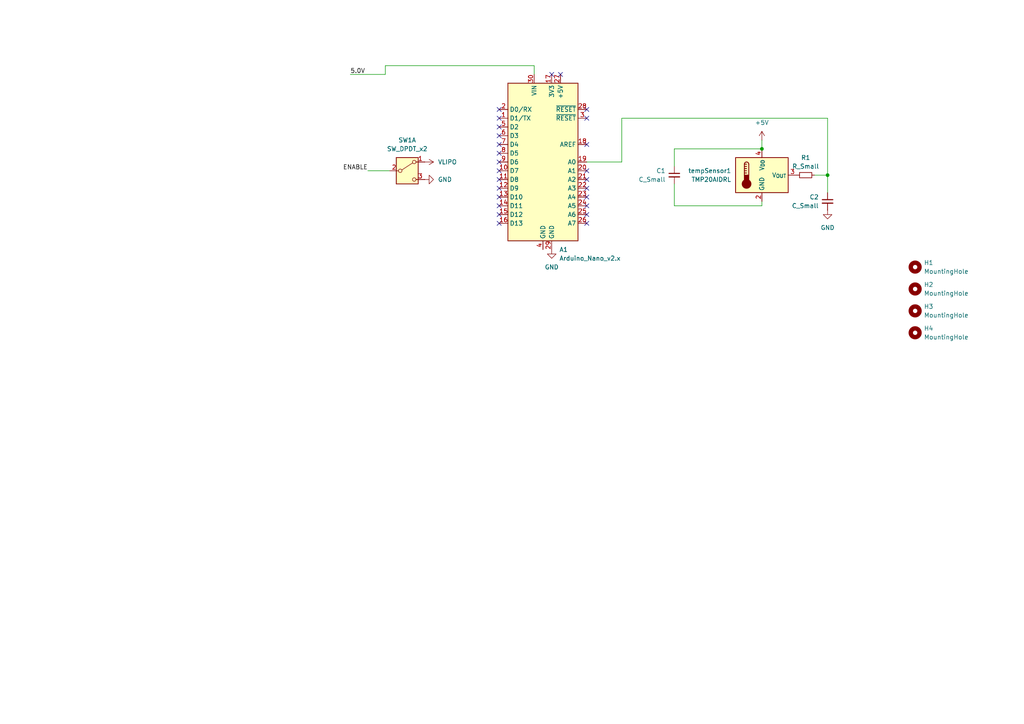
<source format=kicad_sch>
(kicad_sch (version 20231120) (generator "eeschema") (generator_version "8.0")
  (paper "A4")
  (lib_symbols
    (symbol "Device:C_Small" (pin_numbers hide) (pin_names (offset 0.254) hide)
      (property "Reference" "C" (at 0.254 1.778 0))
      (property "Value" "C_Small" (at 0.254 -2.032 0))
      (symbol "C_Small_1_1"
        (pin passive line (at 0 2.54 270) (length 2.032) (name "~") (number "1"))
        (pin passive line (at 0 -2.54 90) (length 2.032) (name "~") (number "2"))
      )
    )
    (symbol "Device:R_Small" (pin_numbers hide) (pin_names (offset 0.254) hide)
      (property "Reference" "R" (at 0.762 0.508 0))
      (property "Value" "R_Small" (at 0.762 -1.016 0))
      (symbol "R_Small_1_1"
        (pin passive line (at 0 2.54 270) (length 0.762) (name "~") (number "1"))
        (pin passive line (at 0 -2.54 90) (length 0.762) (name "~") (number "2"))
      )
    )
    (symbol "MCU_Module:Arduino_Nano_v2.x"
      (property "Reference" "A" (at -10.16 23.495 0))
      (property "Value" "Arduino_Nano_v2.x" (at 5.08 -24.13 0))
      (symbol "Arduino_Nano_v2.x_1_1"
        (pin bidirectional line (at -12.7 12.7 0) (length 2.54) (name "D1/TX") (number "1"))
        (pin bidirectional line (at -12.7 -2.54 0) (length 2.54) (name "D7") (number "10"))
        (pin bidirectional line (at -12.7 -5.08 0) (length 2.54) (name "D8") (number "11"))
        (pin bidirectional line (at -12.7 -7.62 0) (length 2.54) (name "D9") (number "12"))
        (pin bidirectional line (at -12.7 -10.16 0) (length 2.54) (name "D10") (number "13"))
        (pin bidirectional line (at -12.7 -12.7 0) (length 2.54) (name "D11") (number "14"))
        (pin bidirectional line (at -12.7 -15.24 0) (length 2.54) (name "D12") (number "15"))
        (pin bidirectional line (at -12.7 -17.78 0) (length 2.54) (name "D13") (number "16"))
        (pin power_out line (at 2.54 25.4 270) (length 2.54) (name "3V3") (number "17"))
        (pin input line (at 12.7 5.08 180) (length 2.54) (name "AREF") (number "18"))
        (pin bidirectional line (at 12.7 0 180) (length 2.54) (name "A0") (number "19"))
        (pin bidirectional line (at -12.7 15.24 0) (length 2.54) (name "D0/RX") (number "2"))
        (pin bidirectional line (at 12.7 -2.54 180) (length 2.54) (name "A1") (number "20"))
        (pin bidirectional line (at 12.7 -5.08 180) (length 2.54) (name "A2") (number "21"))
        (pin bidirectional line (at 12.7 -7.62 180) (length 2.54) (name "A3") (number "22"))
        (pin bidirectional line (at 12.7 -10.16 180) (length 2.54) (name "A4") (number "23"))
        (pin bidirectional line (at 12.7 -12.7 180) (length 2.54) (name "A5") (number "24"))
        (pin bidirectional line (at 12.7 -15.24 180) (length 2.54) (name "A6") (number "25"))
        (pin bidirectional line (at 12.7 -17.78 180) (length 2.54) (name "A7") (number "26"))
        (pin power_out line (at 5.08 25.4 270) (length 2.54) (name "+5V") (number "27"))
        (pin input line (at 12.7 15.24 180) (length 2.54) (name "~{RESET}") (number "28"))
        (pin power_in line (at 2.54 -25.4 90) (length 2.54) (name "GND") (number "29"))
        (pin input line (at 12.7 12.7 180) (length 2.54) (name "~{RESET}") (number "3"))
        (pin power_in line (at -2.54 25.4 270) (length 2.54) (name "VIN") (number "30"))
        (pin power_in line (at 0 -25.4 90) (length 2.54) (name "GND") (number "4"))
        (pin bidirectional line (at -12.7 10.16 0) (length 2.54) (name "D2") (number "5"))
        (pin bidirectional line (at -12.7 7.62 0) (length 2.54) (name "D3") (number "6"))
        (pin bidirectional line (at -12.7 5.08 0) (length 2.54) (name "D4") (number "7"))
        (pin bidirectional line (at -12.7 2.54 0) (length 2.54) (name "D5") (number "8"))
        (pin bidirectional line (at -12.7 0 0) (length 2.54) (name "D6") (number "9"))
      )
    )
    (symbol "Mechanical:MountingHole" (pin_names (offset 1.016)) (exclude_from_sim yes) (in_bom no)
      (property "Reference" "H" (at 0 5.08 0))
      (property "Value" "MountingHole" (at 0 3.175 0))
    )
    (symbol "Sensor_Temperature:TMP20AIDRL"
      (property "Reference" "U" (at -6.35 6.35 0))
      (property "Value" "TMP20AIDRL" (at 1.27 6.35 0))
      (symbol "TMP20AIDRL_1_1"
        (pin no_connect line (at 7.62 -2.54 180) (length 2.54) hide (name "NC") (number "1"))
        (pin power_in line (at 0 -7.62 90) (length 2.54) (name "GND") (number "2"))
        (pin output line (at 10.16 0 180) (length 2.54) (name "V_{OUT}") (number "3"))
        (pin power_in line (at 0 7.62 270) (length 2.54) (name "V_{DD}") (number "4"))
        (pin no_connect line (at 7.62 2.54 180) (length 2.54) hide (name "NC") (number "5"))
        (pin passive line (at 0 -7.62 90) (length 2.54) hide (name "GND") (number "6"))
      )
    )
    (symbol "Switch:SW_DPDT_x2" (pin_names (offset 0) hide)
      (property "Reference" "SW" (at 0 5.08 0))
      (property "Value" "SW_DPDT_x2" (at 0 -5.08 0))
      (symbol "SW_DPDT_x2_1_1"
        (pin passive line (at 5.08 2.54 180) (length 2.54) (name "A") (number "1"))
        (pin passive line (at -5.08 0 0) (length 2.54) (name "B") (number "2"))
        (pin passive line (at 5.08 -2.54 180) (length 2.54) (name "C") (number "3"))
      )
      (symbol "SW_DPDT_x2_2_1"
        (pin passive line (at 5.08 2.54 180) (length 2.54) (name "A") (number "4"))
        (pin passive line (at -5.08 0 0) (length 2.54) (name "B") (number "5"))
        (pin passive line (at 5.08 -2.54 180) (length 2.54) (name "C") (number "6"))
      )
    )
    (symbol "adafruitPBImport-eagle-import:-PNP_DRIVER-SC59-BEC"
      (property "Reference" "T" (at -10.16 7.62 0))
      (symbol "-PNP_DRIVER-SC59-BEC_1_0"
        (pin passive line (at -7.62 0 0) (length 2.54) (name "B") (number "B"))
        (pin passive line (at 2.54 -5.08 90) (length 2.54) (name "C") (number "C"))
        (pin passive line (at 2.54 5.08 270) (length 2.54) (name "E") (number "E"))
      )
    )
    (symbol "adafruitPBImport-eagle-import:5.0V" (power)
      (symbol "5.0V_1_0"
        (pin power_in line (at 0 -2.54 90) (length 2.54) (name "5.0V") (number "1"))
      )
    )
    (symbol "adafruitPBImport-eagle-import:BATTERY"
      (property "Reference" "B" (at -2.54 3.175 0))
      (symbol "BATTERY_1_0"
        (text "+" (at 1.27 -1.143 900) (effects (font (size 1.27 1.0795)) (justify right top)))
        (text "-" (at -1.778 -1.143 900) (effects (font (size 1.27 1.0795)) (justify right top)))
        (pin passive line (at -2.54 0 0) (length 0) (name "-") (number "1"))
        (pin passive line (at 2.54 0 180) (length 0) (name "+") (number "2"))
      )
    )
    (symbol "adafruitPBImport-eagle-import:C-USC1210"
      (property "Reference" "C" (at 1.016 0.635 0))
      (symbol "C-USC1210_1_0"
        (pin passive line (at 0 2.54 270) (length 2.54) (name "1") (number "1"))
        (pin passive line (at 0 -5.08 90) (length 2.54) (name "2") (number "2"))
      )
    )
    (symbol "adafruitPBImport-eagle-import:CAP_CERAMIC0805-NOOUTLINE"
      (property "Reference" "C" (at -2.29 1.25 90))
      (symbol "CAP_CERAMIC0805-NOOUTLINE_1_0"
        (pin passive line (at 0 5.08 270) (length 2.54) (name "1") (number "1"))
        (pin passive line (at 0 -2.54 90) (length 2.54) (name "2") (number "2"))
      )
    )
    (symbol "adafruitPBImport-eagle-import:CAP_CERAMIC0805_10MGAP"
      (property "Reference" "C" (at -2.29 1.25 90))
      (symbol "CAP_CERAMIC0805_10MGAP_1_0"
        (pin passive line (at 0 5.08 270) (length 2.54) (name "1") (number "1"))
        (pin passive line (at 0 -2.54 90) (length 2.54) (name "2") (number "2"))
      )
    )
    (symbol "adafruitPBImport-eagle-import:FIDUCIAL{dblquote}{dblquote}")
    (symbol "adafruitPBImport-eagle-import:FRAME_A4_ADAFRUIT"
      (symbol "FRAME_A4_ADAFRUIT_1_0"
        (text "${#}/${##}" (at 230.505 10.16 0) (effects (font (size 2.54 2.54)) (justify left bottom)))
        (text "${AUTHOR}" (at 189.23 5.08 0) (effects (font (size 2.286 2.286)) (justify left bottom)))
        (text "${CURRENT_DATE}" (at 171.45 10.16 0) (effects (font (size 2.286 2.286)) (justify left bottom)))
        (text "${PROJECTNAME}" (at 171.45 15.24 0) (effects (font (size 2.54 2.54)) (justify left bottom)))
        (text "1" (at 21.6958 1.905 0) (effects (font (size 2.54 2.286))))
        (text "1" (at 21.6958 177.165 0) (effects (font (size 2.54 2.286))))
        (text "2" (at 65.0875 1.905 0) (effects (font (size 2.54 2.286))))
        (text "2" (at 65.0875 177.165 0) (effects (font (size 2.54 2.286))))
        (text "3" (at 108.4792 1.905 0) (effects (font (size 2.54 2.286))))
        (text "3" (at 108.4792 177.165 0) (effects (font (size 2.54 2.286))))
        (text "4" (at 151.8708 1.905 0) (effects (font (size 2.54 2.286))))
        (text "4" (at 151.8708 177.165 0) (effects (font (size 2.54 2.286))))
        (text "5" (at 195.2625 1.905 0) (effects (font (size 2.54 2.286))))
        (text "5" (at 195.2625 177.165 0) (effects (font (size 2.54 2.286))))
        (text "6" (at 238.6542 1.905 0) (effects (font (size 2.54 2.286))))
        (text "6" (at 238.6542 177.165 0) (effects (font (size 2.54 2.286))))
        (text "A" (at 1.905 156.6863 0) (effects (font (size 2.54 2.286))))
        (text "A" (at 258.445 156.6863 0) (effects (font (size 2.54 2.286))))
        (text "Adafruit Industries" (at 216.916 4.953 0) (effects (font (size 2.54 2.54)) (justify left bottom)))
        (text "B" (at 1.905 111.9188 0) (effects (font (size 2.54 2.286))))
        (text "B" (at 258.445 111.9188 0) (effects (font (size 2.54 2.286))))
        (text "C" (at 1.905 67.1513 0) (effects (font (size 2.54 2.286))))
        (text "C" (at 258.445 67.1513 0) (effects (font (size 2.54 2.286))))
        (text "D" (at 1.905 22.3838 0) (effects (font (size 2.54 2.286))))
        (text "D" (at 258.445 22.3838 0) (effects (font (size 2.54 2.286))))
        (text "Drawing:" (at 171.196 4.953 0) (effects (font (size 2.54 2.54)) (justify left bottom)))
        (text "Sheet:" (at 216.916 10.033 0) (effects (font (size 2.54 2.54)) (justify left bottom)))
      )
    )
    (symbol "adafruitPBImport-eagle-import:GND" (power)
      (symbol "GND_1_0"
        (pin power_in line (at 0 2.54 270) (length 2.54) (name "GND") (number "1"))
      )
    )
    (symbol "adafruitPBImport-eagle-import:HEADER-1X8ROUND"
      (property "Reference" "JP" (at -6.35 13.335 0))
      (symbol "HEADER-1X8ROUND_1_0"
        (pin passive inverted (at -2.54 10.16 0) (length 2.54) (name "1") (number "1"))
        (pin passive inverted (at -2.54 7.62 0) (length 2.54) (name "2") (number "2"))
        (pin passive inverted (at -2.54 5.08 0) (length 2.54) (name "3") (number "3"))
        (pin passive inverted (at -2.54 2.54 0) (length 2.54) (name "4") (number "4"))
        (pin passive inverted (at -2.54 0 0) (length 2.54) (name "5") (number "5"))
        (pin passive inverted (at -2.54 -2.54 0) (length 2.54) (name "6") (number "6"))
        (pin passive inverted (at -2.54 -5.08 0) (length 2.54) (name "7") (number "7"))
        (pin passive inverted (at -2.54 -7.62 0) (length 2.54) (name "8") (number "8"))
      )
    )
    (symbol "adafruitPBImport-eagle-import:INDUCTORTDK_VLC5045"
      (property "Reference" "L" (at 0 2.54 0))
      (symbol "INDUCTORTDK_VLC5045_1_0"
        (pin passive line (at -5.08 0 0) (length 2.54) (name "1") (number "P$1"))
        (pin passive line (at 5.08 0 180) (length 2.54) (name "2") (number "P$2"))
      )
    )
    (symbol "adafruitPBImport-eagle-import:LED0805_NOOUTLINE"
      (property "Reference" "D" (at -1.27 4.445 0))
      (symbol "LED0805_NOOUTLINE_1_0"
        (pin passive line (at -5.08 0 0) (length 2.54) (name "A") (number "A"))
        (pin passive line (at 2.54 0 180) (length 2.54) (name "C") (number "C"))
      )
    )
    (symbol "adafruitPBImport-eagle-import:MCP73871"
      (property "Reference" "U" (at -15.24 22.86 0))
      (symbol "MCP73871_1_0"
        (pin bidirectional line (at 17.78 17.78 180) (length 2.54) (name "VOUT1") (number "P$1"))
        (pin bidirectional line (at 17.78 -12.7 180) (length 2.54) (name "VSS1") (number "P$10"))
        (pin bidirectional line (at 17.78 -15.24 180) (length 2.54) (name "VSS2") (number "P$11"))
        (pin bidirectional line (at -17.78 -17.78 0) (length 2.54) (name "PROG3") (number "P$12"))
        (pin bidirectional line (at -17.78 -15.24 0) (length 2.54) (name "PROG1") (number "P$13"))
        (pin bidirectional line (at 17.78 7.62 180) (length 2.54) (name "VBAT1") (number "P$14"))
        (pin bidirectional line (at 17.78 5.08 180) (length 2.54) (name "VBAT2") (number "P$15"))
        (pin bidirectional line (at 17.78 2.54 180) (length 2.54) (name "VBATSENS") (number "P$16"))
        (pin bidirectional line (at -17.78 -10.16 0) (length 2.54) (name "CE") (number "P$17"))
        (pin bidirectional line (at -17.78 17.78 0) (length 2.54) (name "VIN1") (number "P$18"))
        (pin bidirectional line (at -17.78 15.24 0) (length 2.54) (name "VIN2") (number "P$19"))
        (pin bidirectional line (at -17.78 12.7 0) (length 2.54) (name "VPCC") (number "P$2"))
        (pin bidirectional line (at 17.78 15.24 180) (length 2.54) (name "VOUT2") (number "P$20"))
        (pin bidirectional line (at 17.78 -17.78 180) (length 2.54) (name "THERMAL") (number "P$21"))
        (pin bidirectional line (at -17.78 -2.54 0) (length 2.54) (name "SEL") (number "P$3"))
        (pin bidirectional line (at -17.78 -5.08 0) (length 2.54) (name "PROG2") (number "P$4"))
        (pin bidirectional line (at 17.78 -5.08 180) (length 2.54) (name "THERM") (number "P$5"))
        (pin bidirectional line (at -17.78 7.62 0) (length 2.54) (name "/PG") (number "P$6"))
        (pin bidirectional line (at -17.78 5.08 0) (length 2.54) (name "STAT2") (number "P$7"))
        (pin bidirectional line (at -17.78 2.54 0) (length 2.54) (name "STAT1/LBO") (number "P$8"))
        (pin bidirectional line (at -17.78 -7.62 0) (length 2.54) (name "/TE") (number "P$9"))
      )
    )
    (symbol "adafruitPBImport-eagle-import:MOUNTINGHOLE2.5")
    (symbol "adafruitPBImport-eagle-import:RESISTOR0805_NOOUTLINE"
      (property "Reference" "R" (at 0 2.54 0))
      (symbol "RESISTOR0805_NOOUTLINE_1_0"
        (pin passive line (at -5.08 0 0) (length 2.54) (name "1") (number "1"))
        (pin passive line (at 5.08 0 180) (length 2.54) (name "2") (number "2"))
      )
    )
    (symbol "adafruitPBImport-eagle-import:RESISTOR_0805MP"
      (property "Reference" "R" (at 0 2.54 0))
      (symbol "RESISTOR_0805MP_1_0"
        (pin passive line (at -5.08 0 0) (length 2.54) (name "1") (number "1"))
        (pin passive line (at 5.08 0 180) (length 2.54) (name "2") (number "2"))
      )
    )
    (symbol "adafruitPBImport-eagle-import:TERMBLOCK_1X2"
      (property "Reference" "X" (at -2.54 7.62 0))
      (symbol "TERMBLOCK_1X2_1_0"
        (pin passive line (at -5.08 2.54 0) (length 5.08) (name "1") (number "1"))
        (pin passive line (at -5.08 0 0) (length 5.08) (name "2") (number "2"))
      )
    )
    (symbol "adafruitPBImport-eagle-import:USBMICRO_20329"
      (property "Reference" "X" (at -10.16 8.636 0))
      (symbol "USBMICRO_20329_1_0"
        (pin power_in line (at 10.16 -5.08 180) (length 2.54) (name "GND") (number "BASE@1"))
        (pin power_in line (at 10.16 -5.08 180) (length 2.54) (name "GND") (number "BASE@2"))
        (pin bidirectional line (at 10.16 2.54 180) (length 2.54) (name "D+") (number "D+"))
        (pin bidirectional line (at 10.16 0 180) (length 2.54) (name "D-") (number "D-"))
        (pin power_in line (at 10.16 -5.08 180) (length 2.54) (name "GND") (number "GND"))
        (pin bidirectional line (at 10.16 -2.54 180) (length 2.54) (name "ID") (number "ID"))
        (pin power_in line (at 10.16 -5.08 180) (length 2.54) (name "GND") (number "SPRT@1"))
        (pin power_in line (at 10.16 -5.08 180) (length 2.54) (name "GND") (number "SPRT@2"))
        (pin power_in line (at 10.16 -5.08 180) (length 2.54) (name "GND") (number "SPRT@3"))
        (pin power_in line (at 10.16 -5.08 180) (length 2.54) (name "GND") (number "SPRT@4"))
        (pin power_in line (at 10.16 5.08 180) (length 2.54) (name "VBUS") (number "VBUS"))
      )
    )
    (symbol "adafruitPBImport-eagle-import:USB_TYPEAPTHFML"
      (property "Reference" "X" (at -10.16 8.636 0))
      (symbol "USB_TYPEAPTHFML_1_0"
        (pin bidirectional line (at 10.16 0 180) (length 2.54) (name "D+") (number "D+"))
        (pin bidirectional line (at 10.16 2.54 180) (length 2.54) (name "D-") (number "D-"))
        (pin power_in line (at 10.16 -5.08 180) (length 2.54) (name "GND") (number "GND"))
        (pin power_in line (at 10.16 5.08 180) (length 2.54) (name "VBUS") (number "VBUS"))
      )
    )
    (symbol "adafruitPBImport-eagle-import:VBAT" (power)
      (symbol "VBAT_1_0"
        (pin power_in line (at 0 -2.54 90) (length 2.54) (name "VBAT") (number "1"))
      )
    )
    (symbol "adafruitPBImport-eagle-import:VBUS" (power)
      (symbol "VBUS_1_0"
        (pin power_in line (at 0 -2.54 90) (length 2.54) (name "VBUS") (number "1"))
      )
    )
    (symbol "adafruitPBImport-eagle-import:VLIPO" (power)
      (symbol "VLIPO_1_0"
        (pin power_in line (at 0 -2.54 90) (length 2.54) (name "VLIPO") (number "1"))
      )
    )
    (symbol "adafruitPBImport-eagle-import:VREG_TPS6103X"
      (property "Reference" "U" (at -10.16 22.86 0))
      (symbol "VREG_TPS6103X_1_0"
        (text "2A/4A BOOST" (at 0 15.24 0) (effects (font (size 1.4224 1.209))))
        (text "TPS6109/3x" (at 0 17.78 0) (effects (font (size 1.4224 1.209))))
        (text "VBAT: 1.8-5.5V" (at 0 -15.24 0) (effects (font (size 1.4224 1.209))))
        (text "VOUT: <=5.5V" (at 0 -17.78 0) (effects (font (size 1.4224 1.209))))
        (pin power_in line (at 12.7 10.16 180) (length 2.54) (name "VOUT") (number "1"))
        (pin input line (at -12.7 -5.08 0) (length 2.54) (name "SYNC") (number "10"))
        (pin input line (at -12.7 2.54 0) (length 2.54) (name "EN") (number "11"))
        (pin output line (at 12.7 -7.62 180) (length 2.54) (name "LBO") (number "12"))
        (pin power_in line (at -12.7 -10.16 0) (length 2.54) (name "GND") (number "13"))
        (pin input line (at 12.7 2.54 180) (length 2.54) (name "FB") (number "14"))
        (pin power_in line (at 12.7 10.16 180) (length 2.54) (name "VOUT") (number "15"))
        (pin power_in line (at 12.7 10.16 180) (length 2.54) (name "VOUT") (number "16"))
        (pin input line (at -12.7 10.16 0) (length 2.54) (name "SW") (number "3"))
        (pin input line (at -12.7 10.16 0) (length 2.54) (name "SW") (number "4"))
        (pin power_in line (at 12.7 -10.16 180) (length 2.54) (name "PGND") (number "5"))
        (pin power_in line (at 12.7 -10.16 180) (length 2.54) (name "PGND") (number "6"))
        (pin power_in line (at 12.7 -10.16 180) (length 2.54) (name "PGND") (number "7"))
        (pin input line (at -12.7 5.08 0) (length 2.54) (name "VBAT") (number "8"))
        (pin input line (at -12.7 0 0) (length 2.54) (name "LBI") (number "9"))
        (pin power_in line (at 12.7 -10.16 180) (length 2.54) (name "PGND") (number "P$18"))
        (pin power_in line (at 12.7 -10.16 180) (length 2.54) (name "PGND") (number "P$19"))
        (pin power_in line (at 12.7 -10.16 180) (length 2.54) (name "PGND") (number "P$20"))
        (pin power_in line (at 12.7 -10.16 180) (length 2.54) (name "PGND") (number "P$21"))
        (pin power_in line (at 12.7 -10.16 180) (length 2.54) (name "PGND") (number "P$22"))
        (pin power_in line (at 12.7 -10.16 180) (length 2.54) (name "PGND") (number "THERMAL"))
      )
    )
    (symbol "adafruitPBImport-eagle-import:supply1_GND" (power)
      (symbol "supply1_GND_1_0"
        (pin power_in line (at 0 2.54 270) (length 2.54) (name "GND") (number "1"))
      )
    )
    (symbol "power:+5V" (power) (pin_numbers hide) (pin_names (offset 0) hide)
      (property "Value" "+5V" (at 0 3.556 0))
      (symbol "+5V_1_1"
        (pin power_in line (at 0 0 90) (length 0) (name "~") (number "1"))
      )
    )
    (symbol "power:GND" (power) (pin_numbers hide) (pin_names (offset 0) hide)
      (property "Value" "GND" (at 0 -3.81 0))
      (symbol "GND_1_1"
        (pin power_in line (at 0 0 270) (length 0) (name "~") (number "1"))
      )
    )
  )
  (junction (at -102.87 67.31))
  (junction (at -237.49 49.53))
  (junction (at -34.29 62.23))
  (junction (at -52.07 80.01))
  (junction (at -234.95 143.51))
  (junction (at -100.33 39.37))
  (junction (at -173.99 107.95))
  (junction (at -173.99 123.19))
  (junction (at -196.85 133.35))
  (junction (at -166.37 39.37))
  (junction (at -105.41 67.31))
  (junction (at -260.35 123.19))
  (junction (at -237.49 36.83))
  (junction (at -245.11 128.27))
  (junction (at -232.41 130.81))
  (junction (at 220.98 43.18))
  (junction (at -245.11 143.51))
  (junction (at -54.61 59.69))
  (junction (at -100.33 67.31))
  (junction (at -196.85 143.51))
  (junction (at -52.07 46.99))
  (junction (at -191.77 123.19))
  (junction (at -260.35 128.27))
  (junction (at -196.85 123.19))
  (junction (at -90.17 46.99))
  (junction (at -186.69 123.19))
  (junction (at 240.03 50.8))
  (junction (at -54.61 62.23))
  (junction (at -252.73 128.27))
  (no_connect (at 162.56 21.59))
  (no_connect (at 160.02 21.59))
  (no_connect (at 170.18 62.23))
  (no_connect (at 144.78 36.83))
  (no_connect (at 144.78 49.53))
  (no_connect (at 170.18 41.91))
  (no_connect (at 170.18 54.61))
  (no_connect (at 144.78 64.77))
  (no_connect (at 144.78 52.07))
  (no_connect (at 144.78 44.45))
  (no_connect (at 144.78 62.23))
  (no_connect (at 144.78 31.75))
  (no_connect (at 144.78 39.37))
  (no_connect (at 170.18 34.29))
  (no_connect (at 144.78 46.99))
  (no_connect (at 170.18 59.69))
  (no_connect (at 144.78 54.61))
  (no_connect (at 170.18 52.07))
  (no_connect (at 144.78 57.15))
  (no_connect (at 144.78 34.29))
  (no_connect (at 170.18 31.75))
  (no_connect (at 170.18 64.77))
  (no_connect (at 170.18 57.15))
  (no_connect (at 144.78 41.91))
  (no_connect (at 144.78 59.69))
  (no_connect (at 170.18 49.53))
  (wire (pts (xy -173.99 107.95) (xy -171.45 107.95)) (stroke (width 0.1524)))
  (wire (pts (xy -237.49 36.83) (xy -234.95 36.83)) (stroke (width 0.1524)))
  (wire (pts (xy -232.41 130.81) (xy -240.03 130.81)) (stroke (width 0.1524)))
  (wire (pts (xy -222.25 49.53) (xy -222.25 46.99)) (stroke (width 0.1524)))
  (wire (pts (xy -181.61 49.53) (xy -173.99 49.53)) (stroke (width 0.1524)))
  (wire (pts (xy -151.13 107.95) (xy -148.59 107.95)) (stroke (width 0.1524)))
  (wire (pts (xy -196.85 92.71) (xy -184.15 92.71)) (stroke (width 0.1524)))
  (wire (pts (xy -123.19 41.91) (xy -123.19 46.99)) (stroke (width 0.1524)))
  (wire (pts (xy -100.33 90.17) (xy -100.33 92.71)) (stroke (width 0.1524)))
  (wire (pts (xy -90.17 82.55) (xy -92.71 82.55)) (stroke (width 0.1524)))
  (wire (pts (xy -222.25 57.15) (xy -222.25 59.69)) (stroke (width 0.1524)))
  (wire (pts (xy -237.49 49.53) (xy -234.95 49.53)) (stroke (width 0.1524)))
  (wire (pts (xy -166.37 125.73) (xy -163.83 125.73)) (stroke (width 0.1524)))
  (wire (pts (xy -234.95 138.43) (xy -234.95 143.51)) (stroke (width 0.1524)))
  (wire (pts (xy -133.35 29.21) (xy -133.35 34.29)) (stroke (width 0.1524)))
  (wire (pts (xy -191.77 125.73) (xy -191.77 123.19)) (stroke (width 0.1524)))
  (wire (pts (xy -54.61 69.85) (xy -41.91 69.85)) (stroke (width 0.1524)))
  (wire (pts (xy -237.49 49.53) (xy -237.49 57.15)) (stroke (width 0.1524)))
  (wire (pts (xy -240.03 143.51) (xy -240.03 133.35)) (stroke (width 0.1524)))
  (wire (pts (xy 240.03 50.8) (xy 240.03 55.88)))
  (wire (pts (xy -166.37 52.07) (xy -166.37 57.15)) (stroke (width 0.1524)))
  (wire (pts (xy -237.49 57.15) (xy -234.95 57.15)) (stroke (width 0.1524)))
  (wire (pts (xy -186.69 133.35) (xy -184.15 133.35)) (stroke (width 0.1524)))
  (wire (pts (xy -227.33 128.27) (xy -245.11 128.27)) (stroke (width 0.1524)))
  (wire (pts (xy -54.61 62.23) (xy -34.29 62.23)) (stroke (width 0.1524)))
  (wire (pts (xy -100.33 39.37) (xy -92.71 39.37)) (stroke (width 0.1524)))
  (wire (pts (xy -240.03 39.37) (xy -240.03 36.83)) (stroke (width 0.1524)))
  (wire (pts (xy -54.61 82.55) (xy -52.07 82.55)) (stroke (width 0.1524)))
  (wire (pts (xy -166.37 125.73) (xy -166.37 128.27)) (stroke (width 0.1524)))
  (wire (pts (xy -224.79 29.21) (xy -222.25 29.21)) (stroke (width 0.1524)))
  (wire (pts (xy -173.99 49.53) (xy -173.99 57.15)) (stroke (width 0.1524)))
  (wire (pts (xy -34.29 92.71) (xy -34.29 74.93)) (stroke (width 0.1524)))
  (wire (pts (xy -240.03 44.45) (xy -237.49 44.45)) (stroke (width 0.1524)))
  (wire (pts (xy -201.93 143.51) (xy -196.85 143.51)) (stroke (width 0.1524)))
  (wire (pts (xy -227.33 133.35) (xy -240.03 133.35)) (stroke (width 0.1524)))
  (wire (pts (xy -204.47 102.87) (xy -181.61 102.87)) (stroke (width 0.1524)))
  (wire (pts (xy -187.96 111.76) (xy -189.23 111.76)) (stroke (width 0.1524)))
  (wire (pts (xy -166.37 39.37) (xy -166.37 44.45)) (stroke (width 0.1524)))
  (wire (pts (xy -54.61 59.69) (xy -54.61 62.23)) (stroke (width 0.1524)))
  (wire (pts (xy -90.17 41.91) (xy -90.17 46.99)) (stroke (width 0.1524)))
  (wire (pts (xy -54.61 80.01) (xy -52.07 80.01)) (stroke (width 0.1524)))
  (wire (pts (xy -41.91 87.63) (xy -41.91 92.71)) (stroke (width 0.1524)))
  (wire (pts (xy -186.69 130.81) (xy -186.69 133.35)) (stroke (width 0.1524)))
  (wire (pts (xy -224.79 57.15) (xy -222.25 57.15)) (stroke (width 0.1524)))
  (wire (pts (xy -237.49 36.83) (xy -237.49 29.21)) (stroke (width 0.1524)))
  (wire (pts (xy -90.17 62.23) (xy -133.35 62.23)) (stroke (width 0.1524)))
  (wire (pts (xy -34.29 57.15) (xy -34.29 62.23)) (stroke (width 0.1524)))
  (wire (pts (xy 195.58 53.34) (xy 195.58 59.69)))
  (wire (pts (xy 170.18 46.99) (xy 180.34 46.99)))
  (wire (pts (xy -181.61 97.79) (xy -204.47 97.79)) (stroke (width 0.1524)))
  (wire (pts (xy -227.33 123.19) (xy -237.49 123.19)) (stroke (width 0.1524)))
  (wire (pts (xy -133.35 41.91) (xy -133.35 46.99)) (stroke (width 0.1524)))
  (wire (pts (xy -227.33 138.43) (xy -234.95 138.43)) (stroke (width 0.1524)))
  (wire (pts (xy -90.17 67.31) (xy -100.33 67.31)) (stroke (width 0.1524)))
  (wire (pts (xy -194.31 146.05) (xy -184.15 146.05)) (stroke (width 0.1524)))
  (wire (pts (xy -227.33 143.51) (xy -234.95 143.51)) (stroke (width 0.1524)))
  (wire (pts (xy 111.76 19.05) (xy 111.76 21.59)))
  (wire (pts (xy -26.67 62.23) (xy -26.67 72.39)) (stroke (width 0.1524)))
  (wire (pts (xy -34.29 67.31) (xy -34.29 62.23)) (stroke (width 0.1524)))
  (wire (pts (xy -92.71 39.37) (xy -92.71 52.07)) (stroke (width 0.1524)))
  (wire (pts (xy -260.35 128.27) (xy -260.35 130.81)) (stroke (width 0.1524)))
  (wire (pts (xy -173.99 123.19) (xy -173.99 107.95)) (stroke (width 0.1524)))
  (wire (pts (xy -245.11 143.51) (xy -245.11 151.13)) (stroke (width 0.1524)))
  (wire (pts (xy -201.93 140.97) (xy -194.31 140.97)) (stroke (width 0.1524)))
  (wire (pts (xy -52.07 46.99) (xy -54.61 46.99)) (stroke (width 0.1524)))
  (wire (pts (xy -54.61 77.47) (xy -52.07 77.47)) (stroke (width 0.1524)))
  (wire (pts (xy -123.19 57.15) (xy -123.19 59.69)) (stroke (width 0.1524)))
  (wire (pts (xy -100.33 69.85) (xy -90.17 69.85)) (stroke (width 0.1524)))
  (wire (pts (xy -34.29 62.23) (xy -26.67 62.23)) (stroke (width 0.1524)))
  (wire (pts (xy -196.85 123.19) (xy -191.77 123.19)) (stroke (width 0.1524)))
  (wire (pts (xy -191.77 90.17) (xy -181.61 90.17)) (stroke (width 0.1524)))
  (wire (pts (xy -237.49 29.21) (xy -234.95 29.21)) (stroke (width 0.1524)))
  (wire (pts (xy -148.59 107.95) (xy -148.59 110.49)) (stroke (width 0.1524)))
  (wire (pts (xy -245.11 138.43) (xy -245.11 143.51)) (stroke (width 0.1524)))
  (wire (pts (xy -260.35 138.43) (xy -260.35 140.97)) (stroke (width 0.1524)))
  (wire (pts (xy -52.07 46.99) (xy -52.07 49.53)) (stroke (width 0.1524)))
  (wire (pts (xy 113.03 49.53) (xy 106.68 49.53)))
  (wire (pts (xy 240.03 34.29) (xy 180.34 34.29)))
  (wire (pts (xy -173.99 140.97) (xy -173.99 135.89)) (stroke (width 0.1524)))
  (wire (pts (xy -184.15 133.35) (xy -184.15 135.89)) (stroke (width 0.1524)))
  (wire (pts (xy -247.65 123.19) (xy -260.35 123.19)) (stroke (width 0.1524)))
  (wire (pts (xy -260.35 123.19) (xy -260.35 120.65)) (stroke (width 0.1524)))
  (wire (pts (xy -224.79 36.83) (xy -222.25 36.83)) (stroke (width 0.1524)))
  (wire (pts (xy -184.15 95.25) (xy -181.61 92.71)) (stroke (width 0.1524)))
  (wire (pts (xy -240.03 49.53) (xy -240.03 52.07)) (stroke (width 0.1524)))
  (wire (pts (xy -245.11 128.27) (xy -252.73 128.27)) (stroke (width 0.1524)))
  (wire (pts (xy -191.77 133.35) (xy -191.77 135.89)) (stroke (width 0.1524)))
  (wire (pts (xy -100.33 69.85) (xy -100.33 67.31)) (stroke (width 0.1524)))
  (wire (pts (xy -163.83 123.19) (xy -173.99 123.19)) (stroke (width 0.1524)))
  (wire (pts (xy 154.94 19.05) (xy 154.94 21.59)))
  (wire (pts (xy -181.61 105.41) (xy -189.23 105.41)) (stroke (width 0.1524)))
  (wire (pts (xy -102.87 72.39) (xy -102.87 67.31)) (stroke (width 0.1524)))
  (wire (pts (xy -90.17 80.01) (xy -100.33 80.01)) (stroke (width 0.1524)))
  (wire (pts (xy 220.98 58.42) (xy 220.98 59.69)))
  (wire (pts (xy -102.87 67.31) (xy -100.33 67.31)) (stroke (width 0.1524)))
  (wire (pts (xy -187.96 111.76) (xy -187.96 107.95)) (stroke (width 0.1524)))
  (wire (pts (xy -194.31 140.97) (xy -194.31 146.05)) (stroke (width 0.1524)))
  (wire (pts (xy -240.03 41.91) (xy -237.49 41.91)) (stroke (width 0.1524)))
  (wire (pts (xy -90.17 46.99) (xy -90.17 49.53)) (stroke (width 0.1524)))
  (wire (pts (xy -196.85 143.51) (xy -196.85 163.83)) (stroke (width 0.1524)))
  (wire (pts (xy -52.07 82.55) (xy -52.07 80.01)) (stroke (width 0.1524)))
  (wire (pts (xy -123.19 34.29) (xy -123.19 29.21)) (stroke (width 0.1524)))
  (wire (pts (xy 195.58 48.26) (xy 195.58 43.18)))
  (wire (pts (xy -201.93 95.25) (xy -184.15 95.25)) (stroke (width 0.1524)))
  (wire (pts (xy -133.35 57.15) (xy -133.35 62.23)) (stroke (width 0.1524)))
  (wire (pts (xy -173.99 107.95) (xy -173.99 102.87)) (stroke (width 0.1524)))
  (wire (pts (xy -187.96 107.95) (xy -181.61 107.95)) (stroke (width 0.1524)))
  (wire (pts (xy -26.67 77.47) (xy -26.67 92.71)) (stroke (width 0.1524)))
  (wire (pts (xy 180.34 34.29) (xy 180.34 46.99)))
  (wire (pts (xy -237.49 44.45) (xy -237.49 49.53)) (stroke (width 0.1524)))
  (wire (pts (xy -252.73 130.81) (xy -252.73 128.27)) (stroke (width 0.1524)))
  (wire (pts (xy -232.41 130.81) (xy -232.41 95.25)) (stroke (width 0.1524)))
  (wire (pts (xy -105.41 74.93) (xy -90.17 74.93)) (stroke (width 0.1524)))
  (wire (pts (xy -224.79 49.53) (xy -222.25 49.53)) (stroke (width 0.1524)))
  (wire (pts (xy 240.03 34.29) (xy 240.03 50.8)))
  (wire (pts (xy -54.61 57.15) (xy -54.61 59.69)) (stroke (width 0.1524)))
  (wire (pts (xy -222.25 29.21) (xy -222.25 26.67)) (stroke (width 0.1524)))
  (wire (pts (xy -105.41 67.31) (xy -105.41 74.93)) (stroke (width 0.1524)))
  (wire (pts (xy 111.76 21.59) (xy 101.6 21.59)))
  (wire (pts (xy -227.33 130.81) (xy -232.41 130.81)) (stroke (width 0.1524)))
  (wire (pts (xy -90.17 59.69) (xy -123.19 59.69)) (stroke (width 0.1524)))
  (wire (pts (xy -201.93 130.81) (xy -201.93 133.35)) (stroke (width 0.1524)))
  (wire (pts (xy -90.17 52.07) (xy -92.71 52.07)) (stroke (width 0.1524)))
  (wire (pts (xy 220.98 40.64) (xy 220.98 43.18)))
  (wire (pts (xy -52.07 41.91) (xy -52.07 46.99)) (stroke (width 0.1524)))
  (wire (pts (xy -260.35 123.19) (xy -260.35 128.27)) (stroke (width 0.1524)))
  (wire (pts (xy -41.91 69.85) (xy -41.91 77.47)) (stroke (width 0.1524)))
  (wire (pts (xy -161.29 107.95) (xy -158.75 107.95)) (stroke (width 0.1524)))
  (wire (pts (xy -191.77 123.19) (xy -186.69 123.19)) (stroke (width 0.1524)))
  (wire (pts (xy -252.73 128.27) (xy -260.35 128.27)) (stroke (width 0.1524)))
  (wire (pts (xy -52.07 77.47) (xy -52.07 80.01)) (stroke (width 0.1524)))
  (wire (pts (xy -237.49 41.91) (xy -237.49 36.83)) (stroke (width 0.1524)))
  (wire (pts (xy -105.41 67.31) (xy -102.87 67.31)) (stroke (width 0.1524)))
  (wire (pts (xy 195.58 43.18) (xy 220.98 43.18)))
  (wire (pts (xy -234.95 143.51) (xy -234.95 163.83)) (stroke (width 0.1524)))
  (wire (pts (xy -166.37 39.37) (xy -166.37 34.29)) (stroke (width 0.1524)))
  (wire (pts (xy -102.87 72.39) (xy -90.17 72.39)) (stroke (width 0.1524)))
  (wire (pts (xy -245.11 163.83) (xy -245.11 161.29)) (stroke (width 0.1524)))
  (wire (pts (xy -240.03 143.51) (xy -245.11 143.51)) (stroke (width 0.1524)))
  (wire (pts (xy -201.93 133.35) (xy -196.85 133.35)) (stroke (width 0.1524)))
  (wire (pts (xy -54.61 49.53) (xy -52.07 49.53)) (stroke (width 0.1524)))
  (wire (pts (xy 240.03 50.8) (xy 236.22 50.8)))
  (wire (pts (xy 195.58 59.69) (xy 220.98 59.69)))
  (wire (pts (xy -201.93 123.19) (xy -196.85 123.19)) (stroke (width 0.1524)))
  (wire (pts (xy 111.76 19.05) (xy 154.94 19.05)))
  (wire (pts (xy -181.61 39.37) (xy -166.37 39.37)) (stroke (width 0.1524)))
  (wire (pts (xy -186.69 123.19) (xy -173.99 123.19)) (stroke (width 0.1524)))
  (wire (pts (xy -184.15 92.71) (xy -181.61 95.25)) (stroke (width 0.1524)))
  (text "Both grounds must be connected on the PCB at only one point close to the GND pin." (at -204.47 179.07 0) (effects (font (size 1.778 1.5113))))
  (text "6.8uH power\nw/2A current" (at -250.19 118.11 0) (effects (font (size 1.778 1.5113)) (justify left bottom)))
  (text "On/Off Switch" (at -222.25 82.55 0) (effects (font (size 1.778 1.5113)) (justify left bottom)))
  (text "RT1 = 0, RT2 = 10K" (at -62.23 104.14 0) (effects (font (size 1.778 1.5113)) (justify left bottom)))
  (text "1.0K = 1000mA" (at -129.54 83.82 0) (effects (font (size 1.778 1.5113)) (justify left bottom)))
  (text "R3 = 1.9Mohm for 5.2V\nR3 = 1.1Mohm for 3.3V" (at -191.77 80.01 0) (effects (font (size 1.778 1.5113)) (justify left bottom)))
  (text "RT1 = TBD, RT2 = TBD" (at -62.23 107.95 0) (effects (font (size 1.778 1.5113)) (justify left bottom)))
  (text "10K NTC Thermistor:" (at -92.71 107.95 0) (effects (font (size 1.778 1.5113)) (justify left bottom)))
  (text "No Thermistor:" (at -84.582 104.14 0) (effects (font (size 1.778 1.5113)) (justify left bottom)))
  (text "Charge Rate = 1000V/PROG1" (at -140.97 80.01 0) (effects (font (size 1.778 1.5113)) (justify left bottom)))
  (text "2.0K = 500mA" (at -129.54 86.36 0) (effects (font (size 1.778 1.5113)) (justify left bottom)))
  (text "See Pg 15\n1st para" (at -260.35 146.05 90) (effects (font (size 1.778 1.5113)) (justify right top)))
  (label "ENABLE" (at 106.68 49.53 180))
  (label "LBO" (at -191.77 146.05 0) (effects (font (size 1.2446 1.2446))))
  (label "ENABLE" (at -240.03 130.81 0) (effects (font (size 1.2446 1.2446))))
  (label "ENABLE" (at -204.47 97.79 0) (effects (font (size 1.2446 1.2446))))
  (label "LBO" (at -204.47 102.87 0) (effects (font (size 1.2446 1.2446))))
  (label "5.0V" (at 101.6 21.59 0))
  (symbol (lib_id "adafruitPBImport-eagle-import:C-USC1210") (at -186.69 125.73 0) (unit 1) (on_board no)
    (property "Reference" "C6" (at -185.674 125.095 0) (effects (font (size 1.778 1.5113)) (justify left bottom)))
    (property "Value" "100uF" (at -185.674 129.921 0) (effects (font (size 1.778 1.5113)) (justify left bottom)))
    (property "Footprint" "adafruitPBImport:C1210" (effects (hide yes)))
  )
  (symbol (lib_id "adafruitPBImport-eagle-import:RESISTOR0805_NOOUTLINE") (at -173.99 156.21 90) (unit 1) (on_board no)
    (property "Reference" "R11" (at -176.53 156.21 0))
    (property "Value" "1K" (at -173.99 156.21 0) (effects (font (size 1.016 1.016) (bold yes))))
    (property "Footprint" "adafruitPBImport:0805-NO" (effects (hide yes)))
  )
  (symbol (lib_id "adafruitPBImport-eagle-import:supply1_GND") (at -166.37 59.69 0) (unit 1) (on_board no)
    (property "Reference" "#GND02" (effects (hide yes)))
    (property "Value" "GND" (at -168.91 62.23 0) (effects (font (size 1.778 1.5113)) (justify left bottom)))
  )
  (symbol (lib_id "adafruitPBImport-eagle-import:GND") (at -26.67 95.25 0) (unit 1) (on_board no)
    (property "Reference" "#U$036" (effects (hide yes)))
    (property "Value" "GND" (at -28.194 97.79 0) (effects (font (size 1.27 1.0795)) (justify left bottom)))
  )
  (symbol (lib_id "Mechanical:MountingHole") (at 265.43 77.47 0) (unit 1) (exclude_from_sim yes) (in_bom no)
    (property "Reference" "H1" (at 267.97 76.1999 0) (effects (justify left)))
    (property "Value" "MountingHole" (at 267.97 78.7399 0) (effects (justify left)))
    (property "Footprint" "MountingHole:MountingHole_3.2mm_M3" (effects (hide yes)))
    (property "Description" "Mounting Hole without connection" (effects (hide yes)))
  )
  (symbol (lib_id "adafruitPBImport-eagle-import:LED0805_NOOUTLINE") (at -173.99 166.37 270) (unit 1) (on_board no)
    (property "Reference" "LED1" (at -169.545 165.1 0) (effects (font (size 1.27 1.0795))))
    (property "Value" "RED" (at -176.784 165.1 0) (effects (font (size 1.27 1.0795))))
    (property "Footprint" "adafruitPBImport:CHIPLED_0805_NOOUTLINE" (effects (hide yes)))
  )
  (symbol (lib_id "adafruitPBImport-eagle-import:-PNP_DRIVER-SC59-BEC") (at -176.53 146.05 0) (unit 1) (on_board no)
    (property "Reference" "T1" (at -173.99 148.59 0) (effects (font (size 1.778 1.5113)) (justify left bottom)))
    (property "Value" "MMUN2133LT1G" (at -186.69 140.97 0) (effects (font (size 1.778 1.5113)) (justify left bottom)))
    (property "Footprint" "adafruitPBImport:SC59-BEC" (effects (hide yes)))
  )
  (symbol (lib_id "adafruitPBImport-eagle-import:5.0V") (at -222.25 24.13 0) (unit 1) (on_board no)
    (property "Reference" "#U$010" (effects (hide yes)))
    (property "Value" "5.0V" (at -223.774 23.114 0) (effects (font (size 1.27 1.0795)) (justify left bottom)))
  )
  (symbol (lib_id "adafruitPBImport-eagle-import:GND") (at -260.35 143.51 0) (unit 1) (on_board no)
    (property "Reference" "#U$03" (effects (hide yes)))
    (property "Value" "GND" (at -261.874 146.05 0) (effects (font (size 1.27 1.0795)) (justify left bottom)))
  )
  (symbol (lib_id "Device:R_Small") (at 233.68 50.8 270) (mirror x) (unit 1)
    (property "Reference" "R1" (at 233.68 45.72 90))
    (property "Value" "R_Small" (at 233.68 48.26 90))
    (property "Footprint" "Resistor_SMD:R_0805_2012Metric" (effects (hide yes)))
    (property "Description" "Resistor, small symbol" (effects (hide yes)))
  )
  (symbol (lib_id "adafruitPBImport-eagle-import:supply1_GND") (at -173.99 59.69 0) (unit 1) (on_board no)
    (property "Reference" "#GND01" (effects (hide yes)))
    (property "Value" "GND" (at -176.53 62.23 0) (effects (font (size 1.778 1.5113)) (justify left bottom)))
  )
  (symbol (lib_id "adafruitPBImport-eagle-import:RESISTOR0805_NOOUTLINE") (at -133.35 52.07 90) (unit 1) (on_board no)
    (property "Reference" "R13" (at -135.89 52.07 0))
    (property "Value" "1K" (at -133.35 52.07 0) (effects (font (size 1.016 1.016) (bold yes))))
    (property "Footprint" "adafruitPBImport:0805-NO" (effects (hide yes)))
  )
  (symbol (lib_id "Sensor_Temperature:TMP20AIDRL") (at 220.98 50.8 0) (unit 1)
    (property "Reference" "tempSensor1" (at 212.09 49.5299 0) (effects (justify right)))
    (property "Value" "TMP20AIDRL" (at 212.09 52.0699 0) (effects (justify right)))
    (property "Footprint" "Package_TO_SOT_SMD:SOT-23-3" (effects (hide yes)))
    (property "Datasheet" "http://www.ti.com/lit/ds/symlink/tmp20.pdf" (effects (hide yes)))
    (property "Description" "Analog thermistor temperature sensor, ±2.5C accuracy, -55C to +130C, SOT-563-6" (effects (hide yes)))
  )
  (symbol (lib_id "adafruitPBImport-eagle-import:supply1_GND") (at -49.53 80.01 90) (unit 1) (on_board no)
    (property "Reference" "#GND06" (effects (hide yes)))
    (property "Value" "GND" (at -46.99 82.55 0) (effects (font (size 1.778 1.5113)) (justify left bottom)))
  )
  (symbol (lib_id "power:+5V") (at 220.98 40.64 0) (unit 1)
    (property "Reference" "#PWR04" (effects (hide yes)))
    (property "Value" "+5V" (at 220.98 35.56 0))
    (property "Description" "Power symbol creates a global label with name \"+5V\"" (effects (hide yes)))
  )
  (symbol (lib_id "adafruitPBImport-eagle-import:5.0V") (at -173.99 100.33 0) (unit 1) (on_board no)
    (property "Reference" "#U$023" (effects (hide yes)))
    (property "Value" "5.0V" (at -175.514 99.314 0) (effects (font (size 1.27 1.0795)) (justify left bottom)))
  )
  (symbol (lib_id "adafruitPBImport-eagle-import:RESISTOR_0805MP") (at -245.11 156.21 90) (unit 1) (on_board no)
    (property "Reference" "R3" (at -247.65 156.21 0))
    (property "Value" "340K" (at -245.11 156.21 0) (effects (font (size 1.016 1.016) (bold yes))))
    (property "Footprint" "adafruitPBImport:_0805MP" (effects (hide yes)))
  )
  (symbol (lib_id "power:GND") (at 240.03 60.96 0) (mirror y) (unit 1)
    (property "Reference" "#PWR02" (effects (hide yes)))
    (property "Value" "GND" (at 240.03 66.04 0))
    (property "Description" "Power symbol creates a global label with name \"GND\" , ground" (effects (hide yes)))
  )
  (symbol (lib_id "adafruitPBImport-eagle-import:GND") (at -245.11 166.37 0) (unit 1) (on_board no)
    (property "Reference" "#U$05" (effects (hide yes)))
    (property "Value" "GND" (at -246.634 168.91 0) (effects (font (size 1.27 1.0795)) (justify left bottom)))
  )
  (symbol (lib_id "adafruitPBImport-eagle-import:FIDUCIAL{dblquote}{dblquote}") (at -36.83 168.91 0) (unit 1)
    (property "Reference" "FID2" (effects (hide yes)))
    (property "Value" "FIDUCIAL{dblquote}{dblquote}" (effects (hide yes)))
    (property "Footprint" "adafruitPBImport:FIDUCIAL_1MM" (effects (hide yes)))
    (property "BOM" "EXCLUDE" (effects (hide yes)))
  )
  (symbol (lib_id "adafruitPBImport-eagle-import:VBAT") (at -52.07 39.37 0) (unit 1) (on_board no)
    (property "Reference" "#U$034" (effects (hide yes)))
    (property "Value" "VBAT" (at -53.594 38.354 0) (effects (font (size 1.27 1.0795)) (justify left bottom)))
  )
  (symbol (lib_id "adafruitPBImport-eagle-import:BATTERY") (at -26.67 74.93 90) (unit 1) (on_board no)
    (property "Reference" "B1" (at -29.845 77.47 0) (effects (font (size 1.27 1.0795)) (justify left bottom)))
    (property "Value" "JST 2-PH" (at -21.59 77.47 0) (effects (font (size 1.27 1.0795)) (justify left bottom)))
    (property "Footprint" "adafruitPBImport:JSTPH2" (effects (hide yes)))
  )
  (symbol (lib_id "Device:C_Small") (at 240.03 58.42 0) (mirror y) (unit 1)
    (property "Reference" "C2" (at 237.49 57.1562 0) (effects (justify left)))
    (property "Value" "C_Small" (at 237.49 59.6962 0) (effects (justify left)))
    (property "Footprint" "Capacitor_SMD:C_0805_2012Metric" (effects (hide yes)))
    (property "Description" "Unpolarized capacitor, small symbol" (effects (hide yes)))
  )
  (symbol (lib_id "adafruitPBImport-eagle-import:supply1_GND") (at -34.29 95.25 0) (unit 1) (on_board no)
    (property "Reference" "#GND08" (effects (hide yes)))
    (property "Value" "GND" (at -36.83 97.79 0) (effects (font (size 1.778 1.5113)) (justify left bottom)))
  )
  (symbol (lib_id "adafruitPBImport-eagle-import:USBMICRO_20329") (at -191.77 44.45 0) (unit 1) (on_board no)
    (property "Reference" "CN2" (at -201.93 35.814 0) (effects (font (size 1.27 1.0795)) (justify left bottom)))
    (property "Value" "MicroUSB" (at -201.93 54.61 0) (effects (font (size 1.27 1.0795)) (justify left bottom)))
    (property "Footprint" "adafruitPBImport:4UCONN_20329" (effects (hide yes)))
  )
  (symbol (lib_id "adafruitPBImport-eagle-import:GND") (at -222.25 39.37 0) (unit 1) (on_board no)
    (property "Reference" "#U$011" (effects (hide yes)))
    (property "Value" "GND" (at -223.774 41.91 0) (effects (font (size 1.27 1.0795)) (justify left bottom)))
  )
  (symbol (lib_id "adafruitPBImport-eagle-import:GND") (at -184.15 138.43 0) (unit 1) (on_board no)
    (property "Reference" "#U$022" (effects (hide yes)))
    (property "Value" "GND" (at -185.674 140.97 0) (effects (font (size 1.27 1.0795)) (justify left bottom)))
  )
  (symbol (lib_id "adafruitPBImport-eagle-import:VBUS") (at -90.17 39.37 0) (unit 1) (on_board no)
    (property "Reference" "#U$033" (effects (hide yes)))
    (property "Value" "VBUS" (at -91.694 38.354 0) (effects (font (size 1.27 1.0795)) (justify left bottom)))
  )
  (symbol (lib_id "adafruitPBImport-eagle-import:VBUS") (at -166.37 31.75 0) (unit 1) (on_board no)
    (property "Reference" "#U$026" (effects (hide yes)))
    (property "Value" "VBUS" (at -167.894 30.734 0) (effects (font (size 1.27 1.0795)) (justify left bottom)))
  )
  (symbol (lib_id "power:+5V") (at 123.19 46.99 270) (unit 1)
    (property "Reference" "#PWR03" (effects (hide yes)))
    (property "Value" "VLIPO" (at 127 46.9899 90) (effects (justify left)))
    (property "Description" "Power symbol creates a global label with name \"+5V\"" (effects (hide yes)))
  )
  (symbol (lib_id "adafruitPBImport-eagle-import:GND") (at -191.77 138.43 0) (unit 1) (on_board no)
    (property "Reference" "#U$020" (effects (hide yes)))
    (property "Value" "GND" (at -193.294 140.97 0) (effects (font (size 1.27 1.0795)) (justify left bottom)))
  )
  (symbol (lib_id "adafruitPBImport-eagle-import:VLIPO") (at -201.93 92.71 0) (unit 1)
    (property "Reference" "#U$014" (effects (hide yes)))
    (property "Value" "VLIPO" (at -203.454 91.694 0) (effects (font (size 1.27 1.0795)) (justify left bottom)))
  )
  (symbol (lib_id "adafruitPBImport-eagle-import:VREG_TPS6103X") (at -214.63 133.35 0) (unit 1) (on_board no)
    (property "Reference" "U1" (at -224.79 110.49 0) (effects (font (size 1.6764 1.4249)) (justify left bottom)))
    (property "Value" "TPS61090RSAR" (at -224.79 156.21 0) (effects (font (size 1.6764 1.4249)) (justify left bottom)))
    (property "Footprint" "adafruitPBImport:PVQFN-16" (effects (hide yes)))
  )
  (symbol (lib_id "adafruitPBImport-eagle-import:RESISTOR_0805MP") (at -245.11 133.35 90) (unit 1) (on_board no)
    (property "Reference" "R2" (at -247.65 133.35 0))
    (property "Value" "1.87M" (at -245.11 133.35 0) (effects (font (size 1.016 1.016) (bold yes))))
    (property "Footprint" "adafruitPBImport:_0805MP" (effects (hide yes)))
  )
  (symbol (lib_id "adafruitPBImport-eagle-import:LED0805_NOOUTLINE") (at -133.35 39.37 270) (unit 1) (on_board no)
    (property "Reference" "CHRG/LBO1" (at -128.905 38.1 0) (effects (font (size 1.27 1.0795))))
    (property "Value" "ORANGE" (at -136.144 38.1 0) (effects (font (size 1.27 1.0795))))
    (property "Footprint" "adafruitPBImport:CHIPLED_0805_NOOUTLINE" (effects (hide yes)))
  )
  (symbol (lib_id "adafruitPBImport-eagle-import:RESISTOR0805_NOOUTLINE") (at -100.33 44.45 270) (unit 1) (on_board no)
    (property "Reference" "R16" (at -97.79 44.45 0))
    (property "Value" "100K" (at -100.33 44.45 0) (effects (font (size 1.016 1.016) (bold yes))))
    (property "Footprint" "adafruitPBImport:0805-NO" (effects (hide yes)))
  )
  (symbol (lib_id "adafruitPBImport-eagle-import:RESISTOR0805_NOOUTLINE") (at -229.87 36.83 0) (unit 1) (on_board no)
    (property "Reference" "R6" (at -229.87 34.29 0))
    (property "Value" "49.9K" (at -229.87 36.83 0) (effects (font (size 1.016 1.016) (bold yes))))
    (property "Footprint" "adafruitPBImport:0805-NO" (effects (hide yes)))
  )
  (symbol (lib_id "adafruitPBImport-eagle-import:VBUS") (at -123.19 26.67 0) (unit 1) (on_board no)
    (property "Reference" "#U$030" (effects (hide yes)))
    (property "Value" "VBUS" (at -124.714 25.654 0) (effects (font (size 1.27 1.0795)) (justify left bottom)))
  )
  (symbol (lib_id "adafruitPBImport-eagle-import:CAP_CERAMIC0805-NOOUTLINE") (at -166.37 49.53 0) (unit 1) (on_board no)
    (property "Reference" "C7" (at -168.66 48.28 90))
    (property "Value" "10uF" (at -164.07 48.28 90))
    (property "Footprint" "adafruitPBImport:0805-NO" (effects (hide yes)))
  )
  (symbol (lib_id "adafruitPBImport-eagle-import:GND") (at -191.77 105.41 270) (unit 1)
    (property "Reference" "#U$018" (effects (hide yes)))
    (property "Value" "GND" (at -194.31 103.886 0) (effects (font (size 1.27 1.0795)) (justify left bottom)))
  )
  (symbol (lib_id "Mechanical:MountingHole") (at 265.43 90.17 0) (unit 1) (exclude_from_sim yes) (in_bom no)
    (property "Reference" "H3" (at 267.97 88.8999 0) (effects (justify left)))
    (property "Value" "MountingHole" (at 267.97 91.4399 0) (effects (justify left)))
    (property "Footprint" "MountingHole:MountingHole_3.2mm_M3" (effects (hide yes)))
    (property "Description" "Mounting Hole without connection" (effects (hide yes)))
  )
  (symbol (lib_id "adafruitPBImport-eagle-import:RESISTOR0805_NOOUTLINE") (at -92.71 87.63 90) (unit 1) (on_board no)
    (property "Reference" "R18" (at -95.25 87.63 0))
    (property "Value" "100K" (at -92.71 87.63 0) (effects (font (size 1.016 1.016) (bold yes))))
    (property "Footprint" "adafruitPBImport:0805-NO" (effects (hide yes)))
  )
  (symbol (lib_id "adafruitPBImport-eagle-import:5.0V") (at -191.77 111.76 90) (unit 1) (on_board no)
    (property "Reference" "#U$019" (effects (hide yes)))
    (property "Value" "5.0V" (at -192.786 113.284 0) (effects (font (size 1.27 1.0795)) (justify left bottom)))
  )
  (symbol (lib_id "adafruitPBImport-eagle-import:FIDUCIAL{dblquote}{dblquote}") (at -34.29 168.91 0) (unit 1)
    (property "Reference" "FID3" (effects (hide yes)))
    (property "Value" "FIDUCIAL{dblquote}{dblquote}" (effects (hide yes)))
    (property "Footprint" "adafruitPBImport:FIDUCIAL_1MM" (effects (hide yes)))
    (property "BOM" "EXCLUDE" (effects (hide yes)))
  )
  (symbol (lib_id "power:GND") (at 123.19 52.07 90) (unit 1)
    (property "Reference" "#PWR01" (effects (hide yes)))
    (property "Value" "GND" (at 127 52.0699 90) (effects (justify right)))
    (property "Description" "Power symbol creates a global label with name \"GND\" , ground" (effects (hide yes)))
  )
  (symbol (lib_id "adafruitPBImport-eagle-import:RESISTOR0805_NOOUTLINE") (at -123.19 52.07 90) (unit 1) (on_board no)
    (property "Reference" "R14" (at -125.73 52.07 0))
    (property "Value" "1K" (at -123.19 52.07 0) (effects (font (size 1.016 1.016) (bold yes))))
    (property "Footprint" "adafruitPBImport:0805-NO" (effects (hide yes)))
  )
  (symbol (lib_id "adafruitPBImport-eagle-import:VBUS") (at -105.41 64.77 0) (unit 1) (on_board no)
    (property "Reference" "#U$031" (effects (hide yes)))
    (property "Value" "VBUS" (at -106.934 63.754 0) (effects (font (size 1.27 1.0795)) (justify left bottom)))
  )
  (symbol (lib_id "Mechanical:MountingHole") (at 265.43 96.52 0) (unit 1) (exclude_from_sim yes) (in_bom no)
    (property "Reference" "H4" (at 267.97 95.2499 0) (effects (justify left)))
    (property "Value" "MountingHole" (at 267.97 97.7899 0) (effects (justify left)))
    (property "Footprint" "MountingHole:MountingHole_3.2mm_M3" (effects (hide yes)))
    (property "Description" "Mounting Hole without connection" (effects (hide yes)))
  )
  (symbol (lib_id "adafruitPBImport-eagle-import:RESISTOR0805_NOOUTLINE") (at -196.85 138.43 90) (unit 1) (on_board no)
    (property "Reference" "R10" (at -199.39 138.43 0))
    (property "Value" "200K" (at -196.85 138.43 0) (effects (font (size 1.016 1.016) (bold yes))))
    (property "Footprint" "adafruitPBImport:0805-NO" (effects (hide yes)))
  )
  (symbol (lib_id "adafruitPBImport-eagle-import:GND") (at -148.59 113.03 0) (unit 1) (on_board no)
    (property "Reference" "#U$028" (effects (hide yes)))
    (property "Value" "GND" (at -150.114 115.57 0) (effects (font (size 1.27 1.0795)) (justify left bottom)))
  )
  (symbol (lib_id "adafruitPBImport-eagle-import:VLIPO") (at -34.29 54.61 0) (unit 1) (on_board no)
    (property "Reference" "#U$035" (effects (hide yes)))
    (property "Value" "VLIPO" (at -35.814 53.594 0) (effects (font (size 1.27 1.0795)) (justify left bottom)))
  )
  (symbol (lib_id "Switch:SW_DPDT_x2") (at 118.11 49.53 0) (unit 1)
    (property "Reference" "SW1" (at 118.11 40.64 0))
    (property "Value" "SW_DPDT_x2" (at 118.11 43.18 0))
    (property "Footprint" "Connector_PinHeader_2.54mm:PinHeader_1x03_P2.54mm_Horizontal" (effects (hide yes)))
    (property "Description" "Switch, dual pole double throw, separate symbols" (effects (hide yes)))
  )
  (symbol (lib_id "adafruitPBImport-eagle-import:CAP_CERAMIC0805-NOOUTLINE") (at -34.29 72.39 0) (unit 1) (on_board no)
    (property "Reference" "C8" (at -36.58 71.14 90))
    (property "Value" "10uF" (at -31.99 71.14 90))
    (property "Footprint" "adafruitPBImport:0805-NO" (effects (hide yes)))
  )
  (symbol (lib_id "adafruitPBImport-eagle-import:GND") (at -196.85 166.37 0) (unit 1) (on_board no)
    (property "Reference" "#U$016" (effects (hide yes)))
    (property "Value" "GND" (at -198.374 168.91 0) (effects (font (size 1.27 1.0795)) (justify left bottom)))
  )
  (symbol (lib_id "adafruitPBImport-eagle-import:RESISTOR0805_NOOUTLINE") (at -100.33 85.09 90) (unit 1) (on_board no)
    (property "Reference" "R17" (at -102.87 85.09 0))
    (property "Value" "1.0K" (at -100.33 85.09 0) (effects (font (size 1.016 1.016) (bold yes))))
    (property "Footprint" "adafruitPBImport:0805-NO" (effects (hide yes)))
  )
  (symbol (lib_id "adafruitPBImport-eagle-import:VBAT") (at -260.35 118.11 0) (unit 1) (on_board no)
    (property "Reference" "#U$02" (effects (hide yes)))
    (property "Value" "VBAT" (at -261.874 117.094 0) (effects (font (size 1.27 1.0795)) (justify left bottom)))
  )
  (symbol (lib_id "Device:C_Small") (at 195.58 50.8 0) (mirror y) (unit 1)
    (property "Reference" "C1" (at 193.04 49.5362 0) (effects (justify left)))
    (property "Value" "C_Small" (at 193.04 52.0762 0) (effects (justify left)))
    (property "Footprint" "Capacitor_SMD:C_0805_2012Metric" (effects (hide yes)))
    (property "Description" "Unpolarized capacitor, small symbol" (effects (hide yes)))
  )
  (symbol (lib_id "adafruitPBImport-eagle-import:GND") (at -240.03 54.61 0) (unit 1) (on_board no)
    (property "Reference" "#U$07" (effects (hide yes)))
    (property "Value" "GND" (at -241.554 57.15 0) (effects (font (size 1.27 1.0795)) (justify left bottom)))
  )
  (symbol (lib_id "adafruitPBImport-eagle-import:supply1_GND") (at -92.71 95.25 0) (unit 1) (on_board no)
    (property "Reference" "#GND05" (effects (hide yes)))
    (property "Value" "GND" (at -95.25 97.79 0) (effects (font (size 1.778 1.5113)) (justify left bottom)))
  )
  (symbol (lib_id "adafruitPBImport-eagle-import:RESISTOR0805_NOOUTLINE") (at -229.87 29.21 0) (unit 1) (on_board no)
    (property "Reference" "R5" (at -229.87 26.67 0))
    (property "Value" "43K" (at -229.87 29.21 0) (effects (font (size 1.016 1.016) (bold yes))))
    (property "Footprint" "adafruitPBImport:0805-NO" (effects (hide yes)))
  )
  (symbol (lib_id "adafruitPBImport-eagle-import:VBUS") (at -133.35 26.67 0) (unit 1) (on_board no)
    (property "Reference" "#U$029" (effects (hide yes)))
    (property "Value" "VBUS" (at -134.874 25.654 0) (effects (font (size 1.27 1.0795)) (justify left bottom)))
  )
  (symbol (lib_id "adafruitPBImport-eagle-import:VBAT") (at -196.85 90.17 0) (unit 1)
    (property "Reference" "#U$015" (effects (hide yes)))
    (property "Value" "VBAT" (at -198.374 89.154 0) (effects (font (size 1.27 1.0795)) (justify left bottom)))
  )
  (symbol (lib_id "adafruitPBImport-eagle-import:RESISTOR0805_NOOUTLINE") (at -166.37 107.95 0) (unit 1) (on_board no)
    (property "Reference" "R12" (at -166.37 105.41 0))
    (property "Value" "1K" (at -166.37 107.95 0) (effects (font (size 1.016 1.016) (bold yes))))
    (property "Footprint" "adafruitPBImport:0805-NO" (effects (hide yes)))
  )
  (symbol (lib_id "adafruitPBImport-eagle-import:LED0805_NOOUTLINE") (at -153.67 107.95 0) (unit 1) (on_board no)
    (property "Reference" "LED2" (at -154.94 103.505 0) (effects (font (size 1.27 1.0795))))
    (property "Value" "BLUE" (at -154.94 110.744 0) (effects (font (size 1.27 1.0795))))
    (property "Footprint" "adafruitPBImport:CHIPLED_0805_NOOUTLINE" (effects (hide yes)))
  )
  (symbol (lib_id "adafruitPBImport-eagle-import:GND") (at -252.73 140.97 0) (unit 1) (on_board no)
    (property "Reference" "#U$04" (effects (hide yes)))
    (property "Value" "GND" (at -254.254 143.51 0) (effects (font (size 1.27 1.0795)) (justify left bottom)))
  )
  (symbol (lib_id "adafruitPBImport-eagle-import:VBUS") (at -100.33 26.67 0) (unit 1) (on_board no)
    (property "Reference" "#U$032" (effects (hide yes)))
    (property "Value" "VBUS" (at -101.854 25.654 0) (effects (font (size 1.27 1.0795)) (justify left bottom)))
  )
  (symbol (lib_id "adafruitPBImport-eagle-import:MCP73871") (at -72.39 64.77 0) (unit 1) (on_board no)
    (property "Reference" "U2" (at -87.63 41.91 0) (effects (font (size 1.27 1.0795)) (justify left bottom)))
    (property "Value" "MCP73871" (at -87.63 87.63 0) (effects (font (size 1.27 1.0795)) (justify left bottom)))
    (property "Footprint" "adafruitPBImport:QFN20_4MM" (effects (hide yes)))
  )
  (symbol (lib_id "adafruitPBImport-eagle-import:GND") (at -234.95 166.37 0) (unit 1) (on_board no)
    (property "Reference" "#U$08" (effects (hide yes)))
    (property "Value" "GND" (at -236.474 168.91 0) (effects (font (size 1.27 1.0795)) (justify left bottom)))
  )
  (symbol (lib_id "adafruitPBImport-eagle-import:5.0V") (at -240.03 34.29 0) (unit 1) (on_board no)
    (property "Reference" "#U$06" (effects (hide yes)))
    (property "Value" "5.0V" (at -241.554 33.274 0) (effects (font (size 1.27 1.0795)) (justify left bottom)))
  )
  (symbol (lib_id "adafruitPBImport-eagle-import:LED0805_NOOUTLINE") (at -123.19 39.37 270) (unit 1) (on_board no)
    (property "Reference" "DONE1" (at -118.745 38.1 0) (effects (font (size 1.27 1.0795))))
    (property "Value" "GREEN" (at -125.984 38.1 0) (effects (font (size 1.27 1.0795))))
    (property "Footprint" "adafruitPBImport:CHIPLED_0805_NOOUTLINE" (effects (hide yes)))
  )
  (symbol (lib_id "adafruitPBImport-eagle-import:FIDUCIAL{dblquote}{dblquote}") (at -39.37 168.91 0) (unit 1)
    (property "Reference" "FID1" (effects (hide yes)))
    (property "Value" "FIDUCIAL{dblquote}{dblquote}" (effects (hide yes)))
    (property "Footprint" "adafruitPBImport:FIDUCIAL_1MM" (effects (hide yes)))
  )
  (symbol (lib_id "adafruitPBImport-eagle-import:RESISTOR0805_NOOUTLINE") (at -229.87 49.53 0) (unit 1) (on_board no)
    (property "Reference" "R7" (at -229.87 46.99 0))
    (property "Value" "75K 1%" (at -229.87 49.53 0) (effects (font (size 1.016 1.016) (bold yes))))
    (property "Footprint" "adafruitPBImport:0805-NO" (effects (hide yes)))
  )
  (symbol (lib_id "adafruitPBImport-eagle-import:GND") (at -222.25 62.23 0) (unit 1) (on_board no)
    (property "Reference" "#U$013" (effects (hide yes)))
    (property "Value" "GND" (at -223.774 64.77 0) (effects (font (size 1.27 1.0795)) (justify left bottom)))
  )
  (symbol (lib_id "Mechanical:MountingHole") (at 265.43 83.82 0) (unit 1) (exclude_from_sim yes) (in_bom no)
    (property "Reference" "H2" (at 267.97 82.5499 0) (effects (justify left)))
    (property "Value" "MountingHole" (at 267.97 85.0899 0) (effects (justify left)))
    (property "Footprint" "MountingHole:MountingHole_3.2mm_M3" (effects (hide yes)))
    (property "Description" "Mounting Hole without connection" (effects (hide yes)))
  )
  (symbol (lib_id "adafruitPBImport-eagle-import:TERMBLOCK_1X2") (at -158.75 123.19 0) (mirror x) (unit 1) (on_board no)
    (property "Reference" "X1" (at -161.29 130.81 0) (effects (font (size 1.27 1.0795)) (justify left bottom)))
    (property "Value" "TERMBLOCK_1X2" (effects (hide yes)))
    (property "Footprint" "adafruitPBImport:TERMBLOCK_1X2-3.5MM" (effects (hide yes)))
  )
  (symbol (lib_id "adafruitPBImport-eagle-import:supply1_GND") (at -41.91 95.25 0) (unit 1) (on_board no)
    (property "Reference" "#GND07" (effects (hide yes)))
    (property "Value" "GND" (at -44.45 97.79 0) (effects (font (size 1.778 1.5113)) (justify left bottom)))
  )
  (symbol (lib_id "MCU_Module:Arduino_Nano_v2.x") (at 157.48 46.99 0) (unit 1)
    (property "Reference" "A1" (at 162.2141 72.39 0) (effects (justify left)))
    (property "Value" "Arduino_Nano_v2.x" (at 162.2141 74.93 0) (effects (justify left)))
    (property "Footprint" "Module:Arduino_Nano" (effects (hide yes)))
    (property "Datasheet" "https://www.arduino.cc/en/uploads/Main/ArduinoNanoManual23.pdf" (effects (hide yes)))
    (property "Description" "Arduino Nano v2.x" (effects (hide yes)))
  )
  (symbol (lib_id "adafruitPBImport-eagle-import:RESISTOR0805_NOOUTLINE") (at -196.85 128.27 90) (unit 1) (on_board no)
    (property "Reference" "R9" (at -199.39 128.27 0))
    (property "Value" "1.87M" (at -196.85 128.27 0) (effects (font (size 1.016 1.016) (bold yes))))
    (property "Footprint" "adafruitPBImport:0805-NO" (effects (hide yes)))
  )
  (symbol (lib_id "adafruitPBImport-eagle-import:INDUCTORTDK_VLC5045") (at -242.57 123.19 0) (unit 1) (on_board no)
    (property "Reference" "L1" (at -242.57 120.65 0) (effects (font (size 1.27 1.0795))))
    (property "Value" "6.8uH" (at -242.57 124.73 0) (effects (font (size 1.27 1.0795))))
    (property "Footprint" "adafruitPBImport:INDUCTOR_5X5MM_TDK_VLC5045" (effects (hide yes)))
  )
  (symbol (lib_id "adafruitPBImport-eagle-import:MOUNTINGHOLE2.5") (at -39.37 163.83 0) (unit 1)
    (property "Reference" "U$1" (effects (hide yes)))
    (property "Value" "MOUNTINGHOLE2.5" (effects (hide yes)))
    (property "Footprint" "adafruitPBImport:MOUNTINGHOLE_2.5_PLATED" (effects (hide yes)))
  )
  (symbol (lib_id "adafruitPBImport-eagle-import:5.0V") (at -222.25 44.45 0) (unit 1) (on_board no)
    (property "Reference" "#U$012" (effects (hide yes)))
    (property "Value" "5.0V" (at -223.774 43.434 0) (effects (font (size 1.27 1.0795)) (justify left bottom)))
  )
  (symbol (lib_id "adafruitPBImport-eagle-import:USB_TYPEAPTHFML") (at -250.19 44.45 0) (unit 1) (on_board no)
    (property "Reference" "CN1" (at -260.35 35.814 0) (effects (font (size 1.27 1.0795)) (justify left bottom)))
    (property "Value" "USBA_FEMALE" (at -260.35 54.61 0) (effects (font (size 1.27 1.0795)) (justify left bottom)))
    (property "Footprint" "adafruitPBImport:USB_HOST-PTH" (effects (hide yes)))
  )
  (symbol (lib_id "adafruitPBImport-eagle-import:FRAME_A4_ADAFRUIT") (at -275.59 191.77 0) (unit 1) (on_board no)
    (property "Reference" "#U$1" (effects (hide yes)))
    (property "Value" "FRAME_A4_ADAFRUIT" (effects (hide yes)))
  )
  (symbol (lib_id "adafruitPBImport-eagle-import:supply1_GND") (at -100.33 52.07 0) (unit 1) (on_board no)
    (property "Reference" "#GND03" (effects (hide yes)))
    (property "Value" "GND" (at -102.87 54.61 0) (effects (font (size 1.778 1.5113)) (justify left bottom)))
  )
  (symbol (lib_id "adafruitPBImport-eagle-import:GND") (at -166.37 130.81 0) (unit 1) (on_board no)
    (property "Reference" "#U$027" (effects (hide yes)))
    (property "Value" "GND" (at -167.894 133.35 0) (effects (font (size 1.27 1.0795)) (justify left bottom)))
  )
  (symbol (lib_id "adafruitPBImport-eagle-import:RESISTOR0805_NOOUTLINE") (at -232.41 90.17 270) (unit 1) (on_board no)
    (property "Reference" "R4" (at -229.87 90.17 0))
    (property "Value" "200K" (at -232.41 90.17 0) (effects (font (size 1.016 1.016) (bold yes))))
    (property "Footprint" "adafruitPBImport:0805-NO" (effects (hide yes)))
  )
  (symbol (lib_id "adafruitPBImport-eagle-import:VBAT") (at -232.41 82.55 0) (unit 1) (on_board no)
    (property "Reference" "#U$09" (effects (hide yes)))
    (property "Value" "VBAT" (at -233.934 81.534 0) (effects (font (size 1.27 1.0795)) (justify left bottom)))
  )
  (symbol (lib_id "adafruitPBImport-eagle-import:RESISTOR0805_NOOUTLINE") (at -41.91 82.55 90) (unit 1) (on_board no)
    (property "Reference" "THERM1" (at -44.45 82.55 0))
    (property "Value" "15K" (at -41.91 82.55 0) (effects (font (size 1.016 1.016) (bold yes))))
    (property "Footprint" "adafruitPBImport:0805-NO" (effects (hide yes)))
  )
  (symbol (lib_id "adafruitPBImport-eagle-import:HEADER-1X8ROUND") (at -179.07 100.33 0) (unit 1)
    (property "Reference" "JP1" (at -185.42 86.995 0) (effects (font (size 1.778 1.5113)) (justify left bottom)))
    (property "Value" "HEADER-1X8ROUND" (effects (hide yes)))
    (property "Footprint" "Connector_PinHeader_2.54mm:PinHeader_1x08_P2.54mm_Vertical" (effects (hide yes)))
  )
  (symbol (lib_id "adafruitPBImport-eagle-import:MOUNTINGHOLE2.5") (at -34.29 163.83 0) (unit 1)
    (property "Reference" "U$2" (effects (hide yes)))
    (property "Value" "MOUNTINGHOLE2.5" (effects (hide yes)))
    (property "Footprint" "adafruitPBImport:MOUNTINGHOLE_2.5_PLATED" (effects (hide yes)))
  )
  (symbol (lib_id "adafruitPBImport-eagle-import:VBAT") (at -173.99 133.35 0) (unit 1) (on_board no)
    (property "Reference" "#U$024" (effects (hide yes)))
    (property "Value" "VBAT" (at -175.514 132.334 0) (effects (font (size 1.27 1.0795)) (justify left bottom)))
  )
  (symbol (lib_id "adafruitPBImport-eagle-import:GND") (at -173.99 171.45 0) (unit 1) (on_board no)
    (property "Reference" "#U$025" (effects (hide yes)))
    (property "Value" "GND" (at -175.514 173.99 0) (effects (font (size 1.27 1.0795)) (justify left bottom)))
  )
  (symbol (lib_id "adafruitPBImport-eagle-import:CAP_CERAMIC0805_10MGAP") (at -252.73 135.89 0) (unit 1) (on_board no)
    (property "Reference" "C4" (at -255.02 134.64 90))
    (property "Value" "0.1uF" (at -250.43 134.64 90))
    (property "Footprint" "adafruitPBImport:0805_10MGAP" (effects (hide yes)))
  )
  (symbol (lib_id "adafruitPBImport-eagle-import:RESISTOR0805_NOOUTLINE") (at -100.33 34.29 90) (unit 1) (on_board no)
    (property "Reference" "R15" (at -102.87 34.29 0))
    (property "Value" "270K" (at -100.33 34.29 0) (effects (font (size 1.016 1.016) (bold yes))))
    (property "Footprint" "adafruitPBImport:0805-NO" (effects (hide yes)))
  )
  (symbol (lib_id "adafruitPBImport-eagle-import:RESISTOR0805_NOOUTLINE") (at -229.87 57.15 0) (unit 1) (on_board no)
    (property "Reference" "R8" (at -229.87 54.61 0))
    (property "Value" "49.9K 1%" (at -229.87 57.15 0) (effects (font (size 1.016 1.016) (bold yes))))
    (property "Footprint" "adafruitPBImport:0805-NO" (effects (hide yes)))
  )
  (symbol (lib_id "adafruitPBImport-eagle-import:VBUS") (at -191.77 87.63 0) (unit 1)
    (property "Reference" "#U$017" (effects (hide yes)))
    (property "Value" "VBUS" (at -193.294 86.614 0) (effects (font (size 1.27 1.0795)) (justify left bottom)))
  )
  (symbol (lib_id "adafruitPBImport-eagle-import:CAP_CERAMIC0805-NOOUTLINE") (at -260.35 135.89 0) (unit 1) (on_board no)
    (property "Reference" "C3" (at -262.64 134.64 90))
    (property "Value" "10uF" (at -258.05 134.64 90))
    (property "Footprint" "adafruitPBImport:0805-NO" (effects (hide yes)))
  )
  (symbol (lib_id "adafruitPBImport-eagle-import:CAP_CERAMIC0805-NOOUTLINE") (at -191.77 130.81 0) (unit 1) (on_board no)
    (property "Reference" "C5" (at -194.06 129.56 90))
    (property "Value" "2.2uF" (at -189.47 129.56 90))
    (property "Footprint" "adafruitPBImport:0805-NO" (effects (hide yes)))
  )
  (symbol (lib_id "power:GND") (at 160.02 72.39 0) (unit 1)
    (property "Reference" "#PWR09" (effects (hide yes)))
    (property "Value" "GND" (at 160.02 77.47 0))
    (property "Description" "Power symbol creates a global label with name \"GND\" , ground" (effects (hide yes)))
  )
  (symbol (lib_id "adafruitPBImport-eagle-import:GND") (at -184.15 100.33 270) (unit 1)
    (property "Reference" "#U$021" (effects (hide yes)))
    (property "Value" "GND" (at -186.69 98.806 0) (effects (font (size 1.27 1.0795)) (justify left bottom)))
  )
  (symbol (lib_id "adafruitPBImport-eagle-import:supply1_GND") (at -100.33 95.25 0) (unit 1) (on_board no)
    (property "Reference" "#GND04" (effects (hide yes)))
    (property "Value" "GND" (at -102.87 97.79 0) (effects (font (size 1.778 1.5113)) (justify left bottom)))
  )
)
</source>
